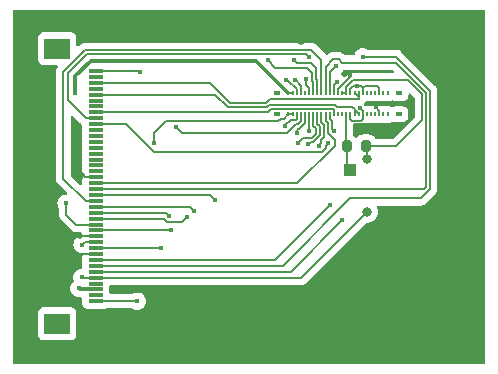
<source format=gtl>
%TF.GenerationSoftware,KiCad,Pcbnew,7.0.11-7.0.11~ubuntu22.04.1*%
%TF.CreationDate,2024-12-09T17:56:29+01:00*%
%TF.ProjectId,40_to_WP27D-P050VA3,34305f74-6f5f-4575-9032-37442d503035,rev?*%
%TF.SameCoordinates,Original*%
%TF.FileFunction,Copper,L1,Top*%
%TF.FilePolarity,Positive*%
%FSLAX46Y46*%
G04 Gerber Fmt 4.6, Leading zero omitted, Abs format (unit mm)*
G04 Created by KiCad (PCBNEW 7.0.11-7.0.11~ubuntu22.04.1) date 2024-12-09 17:56:29*
%MOMM*%
%LPD*%
G01*
G04 APERTURE LIST*
G04 Aperture macros list*
%AMRoundRect*
0 Rectangle with rounded corners*
0 $1 Rounding radius*
0 $2 $3 $4 $5 $6 $7 $8 $9 X,Y pos of 4 corners*
0 Add a 4 corners polygon primitive as box body*
4,1,4,$2,$3,$4,$5,$6,$7,$8,$9,$2,$3,0*
0 Add four circle primitives for the rounded corners*
1,1,$1+$1,$2,$3*
1,1,$1+$1,$4,$5*
1,1,$1+$1,$6,$7*
1,1,$1+$1,$8,$9*
0 Add four rect primitives between the rounded corners*
20,1,$1+$1,$2,$3,$4,$5,0*
20,1,$1+$1,$4,$5,$6,$7,0*
20,1,$1+$1,$6,$7,$8,$9,0*
20,1,$1+$1,$8,$9,$2,$3,0*%
G04 Aperture macros list end*
%TA.AperFunction,SMDPad,CuDef*%
%ADD10R,1.000000X1.000000*%
%TD*%
%TA.AperFunction,SMDPad,CuDef*%
%ADD11RoundRect,0.200000X-0.200000X-0.275000X0.200000X-0.275000X0.200000X0.275000X-0.200000X0.275000X0*%
%TD*%
%TA.AperFunction,SMDPad,CuDef*%
%ADD12R,1.300000X0.300000*%
%TD*%
%TA.AperFunction,SMDPad,CuDef*%
%ADD13R,2.200000X1.800000*%
%TD*%
%TA.AperFunction,SMDPad,CuDef*%
%ADD14R,0.150000X0.400000*%
%TD*%
%TA.AperFunction,SMDPad,CuDef*%
%ADD15R,0.600000X0.300000*%
%TD*%
%TA.AperFunction,ViaPad*%
%ADD16C,0.450000*%
%TD*%
%TA.AperFunction,ViaPad*%
%ADD17C,0.800000*%
%TD*%
%TA.AperFunction,ViaPad*%
%ADD18C,0.500000*%
%TD*%
%TA.AperFunction,Conductor*%
%ADD19C,0.200000*%
%TD*%
%TA.AperFunction,Conductor*%
%ADD20C,0.300000*%
%TD*%
G04 APERTURE END LIST*
D10*
%TO.P,TP1,1,1*%
%TO.N,Net-(CN1-Pad36)*%
X42560000Y-22620000D03*
%TD*%
D11*
%TO.P,R1,1*%
%TO.N,Net-(CN1-Pad36)*%
X42285000Y-20560000D03*
%TO.P,R1,2*%
%TO.N,VDD*%
X43935000Y-20560000D03*
%TD*%
D12*
%TO.P,U1,1,VGL*%
%TO.N,/VGL*%
X21050000Y-33700000D03*
%TO.P,U1,2,NC*%
%TO.N,unconnected-(U1-NC-Pad2)*%
X21050000Y-33200000D03*
%TO.P,U1,3,VGH*%
%TO.N,/VGH*%
X21050000Y-32700000D03*
%TO.P,U1,4,NC*%
%TO.N,unconnected-(U1-NC-Pad4)*%
X21050000Y-32200000D03*
%TO.P,U1,5,VDD*%
%TO.N,VDD*%
X21050000Y-31700000D03*
%TO.P,U1,6,Mode*%
%TO.N,/MODE*%
X21050000Y-31200000D03*
%TO.P,U1,7,CKV*%
%TO.N,/CKV*%
X21050000Y-30700000D03*
%TO.P,U1,8,SPV*%
%TO.N,/SPV*%
X21050000Y-30200000D03*
%TO.P,U1,9,VSS*%
%TO.N,GND*%
X21050000Y-29700000D03*
%TO.P,U1,10,VCOM*%
%TO.N,/VCOM*%
X21050000Y-29200000D03*
%TO.P,U1,11,VDD*%
%TO.N,VDD*%
X21050000Y-28700000D03*
%TO.P,U1,12,VSS*%
%TO.N,GND*%
X21050000Y-28200000D03*
%TO.P,U1,13,XCL*%
%TO.N,/XCL*%
X21050000Y-27700000D03*
%TO.P,U1,14,D0*%
%TO.N,/D0*%
X21050000Y-27200000D03*
%TO.P,U1,15,D1*%
%TO.N,/D1*%
X21050000Y-26700000D03*
%TO.P,U1,16,D2*%
%TO.N,/D2*%
X21050000Y-26200000D03*
%TO.P,U1,17,D3*%
%TO.N,/D3*%
X21050000Y-25700000D03*
%TO.P,U1,18,D4*%
%TO.N,/D4*%
X21050000Y-25200000D03*
%TO.P,U1,19,D5*%
%TO.N,/D5*%
X21050000Y-24700000D03*
%TO.P,U1,20,D6*%
%TO.N,/D6*%
X21050000Y-24200000D03*
%TO.P,U1,21,D7*%
%TO.N,/D7*%
X21050000Y-23700000D03*
%TO.P,U1,22,VSS*%
%TO.N,GND*%
X21050000Y-23200000D03*
%TO.P,U1,23,D8*%
%TO.N,unconnected-(U1-D8-Pad23)*%
X21050000Y-22700000D03*
%TO.P,U1,24,D9*%
%TO.N,unconnected-(U1-D9-Pad24)*%
X21050000Y-22200000D03*
%TO.P,U1,25,D10*%
%TO.N,unconnected-(U1-D10-Pad25)*%
X21050000Y-21700000D03*
%TO.P,U1,26,D11*%
%TO.N,unconnected-(U1-D11-Pad26)*%
X21050000Y-21200000D03*
%TO.P,U1,27,D12*%
%TO.N,unconnected-(U1-D12-Pad27)*%
X21050000Y-20700000D03*
%TO.P,U1,28,D13*%
%TO.N,unconnected-(U1-D13-Pad28)*%
X21050000Y-20200000D03*
%TO.P,U1,29,D14*%
%TO.N,unconnected-(U1-D14-Pad29)*%
X21050000Y-19700000D03*
%TO.P,U1,30,D15*%
%TO.N,unconnected-(U1-D15-Pad30)*%
X21050000Y-19200000D03*
%TO.P,U1,31,XSTL*%
%TO.N,/XSTL*%
X21050000Y-18700000D03*
%TO.P,U1,32,XLE*%
%TO.N,/XLE*%
X21050000Y-18200000D03*
%TO.P,U1,33,XOE*%
%TO.N,/XOE*%
X21050000Y-17700000D03*
%TO.P,U1,34,TEST*%
%TO.N,/TEST*%
X21050000Y-17200000D03*
%TO.P,U1,35,NC*%
%TO.N,unconnected-(U1-NC-Pad35)*%
X21050000Y-16700000D03*
%TO.P,U1,36,VPOS*%
%TO.N,/VPOS*%
X21050000Y-16200000D03*
%TO.P,U1,37,NC*%
%TO.N,unconnected-(U1-NC-Pad37)*%
X21050000Y-15700000D03*
%TO.P,U1,38,VNEG*%
%TO.N,/VNEG*%
X21050000Y-15200000D03*
%TO.P,U1,39,NC*%
%TO.N,unconnected-(U1-NC-Pad39)*%
X21050000Y-14700000D03*
%TO.P,U1,40,BORDER*%
%TO.N,/BRD*%
X21050000Y-14200000D03*
D13*
%TO.P,U1,MP*%
%TO.N,N/C*%
X17800000Y-12300000D03*
X17800000Y-35600000D03*
%TD*%
D14*
%TO.P,CN1,1,1*%
%TO.N,/VGH*%
X37360000Y-16060000D03*
%TO.P,CN1,2,2*%
X37710000Y-16060000D03*
%TO.P,CN1,3,3*%
%TO.N,GND*%
X38060000Y-16060000D03*
%TO.P,CN1,4,4*%
%TO.N,/VCOM*%
X38410000Y-16060000D03*
%TO.P,CN1,5,5*%
%TO.N,unconnected-(CN1-Pad5)*%
X38760000Y-16060000D03*
%TO.P,CN1,6,6*%
%TO.N,/CKV*%
X39110000Y-16060000D03*
%TO.P,CN1,7,7*%
%TO.N,/D0*%
X39460000Y-16060000D03*
%TO.P,CN1,8,8*%
%TO.N,/D2*%
X39810000Y-16060000D03*
%TO.P,CN1,9,9*%
%TO.N,/D4*%
X40160000Y-16060000D03*
%TO.P,CN1,10,10*%
%TO.N,/D6*%
X40510000Y-16060000D03*
%TO.P,CN1,11,11*%
%TO.N,/XLE*%
X40860000Y-16060000D03*
%TO.P,CN1,12,12*%
%TO.N,/XCL*%
X41210000Y-16060000D03*
%TO.P,CN1,13,13*%
%TO.N,GND*%
X41560000Y-16060000D03*
%TO.P,CN1,14,14*%
%TO.N,VDD*%
X41910000Y-16060000D03*
%TO.P,CN1,15,15*%
X42260000Y-16060000D03*
%TO.P,CN1,16,16*%
%TO.N,GND*%
X42610000Y-16060000D03*
%TO.P,CN1,17,17*%
%TO.N,/VNEG*%
X42960000Y-16060000D03*
%TO.P,CN1,18,18*%
X43310000Y-16060000D03*
%TO.P,CN1,19,19*%
%TO.N,GND*%
X43660000Y-16060000D03*
%TO.P,CN1,20,20*%
%TO.N,unconnected-(CN1-Pad20)*%
X44010000Y-16060000D03*
%TO.P,CN1,21,21*%
%TO.N,unconnected-(CN1-Pad21)*%
X44360000Y-16060000D03*
%TO.P,CN1,22,22*%
%TO.N,unconnected-(CN1-Pad22)*%
X44710000Y-16060000D03*
%TO.P,CN1,23,23*%
%TO.N,GND*%
X45060000Y-16060000D03*
%TO.P,CN1,24,24*%
%TO.N,unconnected-(CN1-Pad24)*%
X45410000Y-16060000D03*
%TO.P,CN1,25,25*%
%TO.N,unconnected-(CN1-Pad25)*%
X45760000Y-16060000D03*
%TO.P,CN1,26,26*%
%TO.N,unconnected-(CN1-Pad26)*%
X45760000Y-17880000D03*
%TO.P,CN1,27,27*%
%TO.N,unconnected-(CN1-Pad27)*%
X45410000Y-17880000D03*
%TO.P,CN1,28,28*%
%TO.N,GND*%
X45060000Y-17880000D03*
%TO.P,CN1,29,29*%
%TO.N,unconnected-(CN1-Pad29)*%
X44710000Y-17880000D03*
%TO.P,CN1,30,30*%
%TO.N,unconnected-(CN1-Pad30)*%
X44360000Y-17880000D03*
%TO.P,CN1,31,31*%
%TO.N,unconnected-(CN1-Pad31)*%
X44010000Y-17880000D03*
%TO.P,CN1,32,32*%
%TO.N,GND*%
X43660000Y-17880000D03*
%TO.P,CN1,33,33*%
%TO.N,/VPOS*%
X43310000Y-17880000D03*
%TO.P,CN1,34,34*%
X42960000Y-17880000D03*
%TO.P,CN1,35,35*%
%TO.N,GND*%
X42610000Y-17880000D03*
%TO.P,CN1,36,36*%
%TO.N,Net-(CN1-Pad36)*%
X42260000Y-17880000D03*
%TO.P,CN1,37,37*%
%TO.N,unconnected-(CN1-Pad37)*%
X41910000Y-17880000D03*
%TO.P,CN1,38,38*%
%TO.N,unconnected-(CN1-Pad38)*%
X41560000Y-17880000D03*
%TO.P,CN1,39,39*%
%TO.N,/XOE*%
X41210000Y-17880000D03*
%TO.P,CN1,40,40*%
%TO.N,/XSTL*%
X40860000Y-17880000D03*
%TO.P,CN1,41,41*%
%TO.N,/D7*%
X40510000Y-17880000D03*
%TO.P,CN1,42,42*%
%TO.N,/D5*%
X40160000Y-17880000D03*
%TO.P,CN1,43,43*%
%TO.N,/D3*%
X39810000Y-17880000D03*
%TO.P,CN1,44,44*%
%TO.N,/D1*%
X39460000Y-17880000D03*
%TO.P,CN1,45,45*%
%TO.N,/SPV*%
X39110000Y-17880000D03*
%TO.P,CN1,46,46*%
%TO.N,/MODE*%
X38760000Y-17880000D03*
%TO.P,CN1,47,47*%
%TO.N,/BRD*%
X38410000Y-17880000D03*
%TO.P,CN1,48,48*%
%TO.N,GND*%
X38060000Y-17880000D03*
%TO.P,CN1,49,49*%
%TO.N,/VGL*%
X37710000Y-17880000D03*
%TO.P,CN1,50,50*%
X37360000Y-17880000D03*
D15*
%TO.P,CN1,51,51*%
%TO.N,unconnected-(CN1-Pad51)*%
X46710000Y-16080000D03*
%TO.P,CN1,52,52*%
%TO.N,unconnected-(CN1-Pad52)*%
X46710000Y-17860000D03*
%TO.P,CN1,53,53*%
%TO.N,unconnected-(CN1-Pad53)*%
X36410000Y-17860000D03*
%TO.P,CN1,54,54*%
%TO.N,unconnected-(CN1-Pad54)*%
X36410000Y-16080000D03*
%TD*%
D16*
%TO.N,/XLE*%
X41370000Y-13790000D03*
%TO.N,/CKV*%
X38860000Y-14840000D03*
%TO.N,/VCOM*%
X37950000Y-14970000D03*
D17*
%TO.N,GND*%
X38430000Y-11600000D03*
D16*
%TO.N,/D2*%
X37805323Y-13261533D03*
%TO.N,/D0*%
X35630000Y-13270000D03*
%TO.N,/XLE*%
X39139087Y-13055913D03*
%TO.N,/CKV*%
X43680000Y-12990000D03*
%TO.N,/SPV*%
X40890000Y-25550000D03*
X39095019Y-19278179D03*
%TO.N,/MODE*%
X41920000Y-26830000D03*
X38118744Y-19441280D03*
%TO.N,GND*%
X37101493Y-18817320D03*
X42550000Y-14560000D03*
%TO.N,/VGL*%
X26020000Y-20290000D03*
X24560000Y-33700000D03*
%TO.N,/XCL*%
X41470000Y-15150000D03*
X27460000Y-27700000D03*
%TO.N,GND*%
X37168997Y-14982854D03*
%TO.N,/VCOM*%
X26595000Y-29200000D03*
%TO.N,/D0*%
X18540000Y-25400000D03*
%TO.N,/D1*%
X28815000Y-26570000D03*
X38212443Y-20280516D03*
%TO.N,/D2*%
X27285000Y-26480480D03*
%TO.N,/D3*%
X39029007Y-20343509D03*
X29390000Y-26074074D03*
%TO.N,/D5*%
X39972013Y-20522506D03*
X31171124Y-25106124D03*
%TO.N,/VGH*%
X19330000Y-16060000D03*
X19630000Y-32590000D03*
%TO.N,/XSTL*%
X41229349Y-19275318D03*
X40714957Y-20254936D03*
%TO.N,/BRD*%
X27880000Y-18970000D03*
D17*
%TO.N,VDD*%
X44030000Y-26140000D03*
X44010000Y-21690000D03*
D16*
%TO.N,GND*%
X44750000Y-17290000D03*
X43410979Y-17305900D03*
X43140000Y-15470000D03*
D18*
X19925000Y-23003248D03*
X19725000Y-28200000D03*
X19275000Y-29700000D03*
D16*
%TO.N,VDD*%
X19900000Y-28900000D03*
X19875000Y-31675000D03*
%TO.N,/BRD*%
X24775000Y-14325000D03*
%TD*%
D19*
%TO.N,/D2*%
X37805323Y-13261533D02*
X38098790Y-13555000D01*
%TO.N,/D6*%
X46464975Y-13490000D02*
X41883173Y-13490000D01*
%TO.N,/XLE*%
X40860000Y-14300000D02*
X41370000Y-13790000D01*
X40860000Y-16060000D02*
X40860000Y-14300000D01*
%TO.N,/D2*%
X39700000Y-14869999D02*
X39800000Y-14970000D01*
%TO.N,/D4*%
X40160000Y-15469949D02*
X40160000Y-16060000D01*
%TO.N,/D2*%
X39700000Y-13965025D02*
X39700000Y-14869999D01*
%TO.N,/D0*%
X39350000Y-14330000D02*
X38925000Y-13905000D01*
%TO.N,/D4*%
X40150000Y-13253653D02*
X40150000Y-15459948D01*
%TO.N,/D2*%
X38098790Y-13555000D02*
X39289975Y-13555000D01*
%TO.N,/D0*%
X36265000Y-13905000D02*
X35630000Y-13270000D01*
%TO.N,/CKV*%
X38860000Y-14840000D02*
X38860000Y-15410000D01*
%TO.N,/D2*%
X39800000Y-14970000D02*
X39800000Y-15604922D01*
%TO.N,/D0*%
X39460000Y-15759897D02*
X39450000Y-15749896D01*
%TO.N,/D2*%
X39810000Y-15614923D02*
X39810000Y-16060000D01*
%TO.N,/D6*%
X41131827Y-13215000D02*
X40510000Y-13836827D01*
%TO.N,/D2*%
X39289975Y-13555000D02*
X39700000Y-13965025D01*
%TO.N,/D4*%
X21050000Y-25200000D02*
X20200000Y-25200000D01*
%TO.N,/D0*%
X39349999Y-15014972D02*
X39350000Y-14330000D01*
%TO.N,/D4*%
X20165026Y-12410000D02*
X39306347Y-12410000D01*
X18320000Y-23320000D02*
X18320000Y-14255025D01*
%TO.N,/CKV*%
X38860000Y-15410000D02*
X39085000Y-15635000D01*
%TO.N,/D0*%
X39450000Y-15749896D02*
X39450000Y-15114974D01*
X39460000Y-16060000D02*
X39460000Y-15759897D01*
%TO.N,/D4*%
X20200000Y-25200000D02*
X18320000Y-23320000D01*
%TO.N,/D0*%
X38925000Y-13905000D02*
X36265000Y-13905000D01*
%TO.N,/D2*%
X39800000Y-15604922D02*
X39810000Y-15614923D01*
%TO.N,/D6*%
X49020000Y-16045025D02*
X46464975Y-13490000D01*
%TO.N,/D4*%
X40150000Y-15459948D02*
X40160000Y-15469949D01*
%TO.N,/D6*%
X21050000Y-24200000D02*
X48855026Y-24200000D01*
X40510000Y-13836827D02*
X40510000Y-16060000D01*
%TO.N,/CKV*%
X39085000Y-15635000D02*
X39085000Y-16035000D01*
%TO.N,/D4*%
X39306347Y-12410000D02*
X40150000Y-13253653D01*
%TO.N,/D6*%
X48855026Y-24200000D02*
X49020000Y-24035026D01*
X49020000Y-24035026D02*
X49020000Y-16045025D01*
X41883173Y-13490000D02*
X41608173Y-13215000D01*
%TO.N,/D0*%
X39450000Y-15114974D02*
X39349999Y-15014972D01*
%TO.N,/D6*%
X41608173Y-13215000D02*
X41131827Y-13215000D01*
%TO.N,/CKV*%
X39085000Y-16035000D02*
X39110000Y-16060000D01*
%TO.N,/D4*%
X18320000Y-14255025D02*
X20165026Y-12410000D01*
%TO.N,/XLE*%
X18670000Y-14400000D02*
X20290000Y-12780000D01*
X18670000Y-16670000D02*
X18670000Y-14400000D01*
X38863174Y-12780000D02*
X39139087Y-13055913D01*
X20290000Y-12780000D02*
X38863174Y-12780000D01*
X21050000Y-18200000D02*
X20200000Y-18200000D01*
X20200000Y-18200000D02*
X18670000Y-16670000D01*
%TO.N,/VCOM*%
X37970000Y-14970000D02*
X37950000Y-14970000D01*
%TO.N,GND*%
X38060000Y-16060000D02*
X38060000Y-15758042D01*
%TO.N,/VCOM*%
X38350000Y-15350000D02*
X37970000Y-14970000D01*
%TO.N,GND*%
X38060000Y-15758042D02*
X37284812Y-14982854D01*
X37284812Y-14982854D02*
X37168997Y-14982854D01*
%TO.N,/XCL*%
X21050000Y-27700000D02*
X27460000Y-27700000D01*
%TO.N,/D1*%
X28393312Y-26991688D02*
X28815000Y-26570000D01*
%TO.N,/D2*%
X27004520Y-26200000D02*
X27285000Y-26480480D01*
%TO.N,/D1*%
X21050000Y-26700000D02*
X26820039Y-26700000D01*
%TO.N,/D2*%
X21050000Y-26200000D02*
X27004520Y-26200000D01*
%TO.N,/D1*%
X26820039Y-26700000D02*
X27111727Y-26991688D01*
X27111727Y-26991688D02*
X28393312Y-26991688D01*
%TO.N,/D7*%
X40720019Y-18605083D02*
X40510000Y-18395065D01*
%TO.N,/XSTL*%
X41070019Y-18460108D02*
X41070019Y-19115988D01*
%TO.N,/D1*%
X39670019Y-19516352D02*
X39333192Y-19853179D01*
%TO.N,/D7*%
X38102666Y-23700000D02*
X41289957Y-20512709D01*
%TO.N,/D3*%
X40020019Y-18895032D02*
X40020019Y-19661326D01*
X39248090Y-20203179D02*
X39107760Y-20343509D01*
%TO.N,/XSTL*%
X40547013Y-20530603D02*
X40714957Y-20362659D01*
%TO.N,/D5*%
X40160000Y-20334519D02*
X39972013Y-20522506D01*
%TO.N,/MODE*%
X38118744Y-19222296D02*
X38118744Y-19441280D01*
%TO.N,/XSTL*%
X40860000Y-17880000D02*
X40860000Y-18250090D01*
%TO.N,/D5*%
X40160000Y-18540039D02*
X40370019Y-18750058D01*
%TO.N,/D7*%
X41289957Y-20512709D02*
X41289957Y-20016763D01*
X40510000Y-18395065D02*
X40510000Y-17880000D01*
%TO.N,/D5*%
X40370019Y-18750058D02*
X40370019Y-19806300D01*
%TO.N,/D1*%
X39460000Y-17880000D02*
X39460000Y-18829987D01*
%TO.N,/XSTL*%
X21050000Y-18700000D02*
X23616827Y-18700000D01*
%TO.N,/D1*%
X39047163Y-19867476D02*
X38625483Y-19867476D01*
%TO.N,/MODE*%
X38760000Y-17880000D02*
X38760000Y-18594948D01*
%TO.N,/D7*%
X21050000Y-23700000D02*
X38102666Y-23700000D01*
%TO.N,/XSTL*%
X41070019Y-19115988D02*
X41229349Y-19275318D01*
%TO.N,/D1*%
X39670019Y-19040006D02*
X39670019Y-19516352D01*
%TO.N,/D3*%
X39810000Y-18685013D02*
X40020019Y-18895032D01*
%TO.N,/XSTL*%
X40210186Y-21097506D02*
X40547013Y-20760679D01*
%TO.N,/D3*%
X39810000Y-17880000D02*
X39810000Y-18685013D01*
%TO.N,/XSTL*%
X23616827Y-18700000D02*
X26014333Y-21097506D01*
%TO.N,/MODE*%
X38324948Y-19030000D02*
X38311040Y-19030000D01*
%TO.N,/D1*%
X39333192Y-19853179D02*
X39061460Y-19853179D01*
%TO.N,/SPV*%
X39110000Y-17880000D02*
X39110000Y-19263198D01*
%TO.N,/D1*%
X39061460Y-19853179D02*
X39047163Y-19867476D01*
X39460000Y-18829987D02*
X39670019Y-19040006D01*
%TO.N,/MODE*%
X38311040Y-19030000D02*
X38118744Y-19222296D01*
%TO.N,/D5*%
X40160000Y-20016319D02*
X40160000Y-20334519D01*
%TO.N,/XSTL*%
X40547013Y-20760679D02*
X40547013Y-20530603D01*
%TO.N,/D5*%
X40370019Y-19806300D02*
X40160000Y-20016319D01*
%TO.N,/D7*%
X41289957Y-20016763D02*
X40720019Y-19446825D01*
%TO.N,/XSTL*%
X26014333Y-21097506D02*
X40210186Y-21097506D01*
X40714957Y-20362659D02*
X40714957Y-20254936D01*
%TO.N,/D7*%
X40720019Y-19446825D02*
X40720019Y-18605083D01*
%TO.N,/D3*%
X39478166Y-20203179D02*
X39248090Y-20203179D01*
%TO.N,/SPV*%
X39110000Y-19263198D02*
X39095019Y-19278179D01*
%TO.N,/D5*%
X40160000Y-17880000D02*
X40160000Y-18540039D01*
%TO.N,/MODE*%
X38760000Y-18594948D02*
X38324948Y-19030000D01*
%TO.N,/D3*%
X39107760Y-20343509D02*
X39029007Y-20343509D01*
%TO.N,/D1*%
X38625483Y-19867476D02*
X38212443Y-20280516D01*
%TO.N,/D3*%
X40020019Y-19661326D02*
X39478166Y-20203179D01*
%TO.N,/XSTL*%
X40860000Y-18250090D02*
X41070019Y-18460108D01*
%TO.N,VDD*%
X43935000Y-20560000D02*
X46490000Y-20560000D01*
X46490000Y-20560000D02*
X48670000Y-18380000D01*
X48670000Y-18380000D02*
X48670000Y-16189999D01*
%TO.N,/CKV*%
X49370000Y-24180000D02*
X49370000Y-15900050D01*
X42580000Y-24990000D02*
X48560000Y-24990000D01*
X46459950Y-12990000D02*
X43680000Y-12990000D01*
X49370000Y-15900050D02*
X46459950Y-12990000D01*
%TO.N,VDD*%
X42820000Y-14966727D02*
X42260000Y-15526726D01*
%TO.N,/CKV*%
X48560000Y-24990000D02*
X49370000Y-24180000D01*
%TO.N,VDD*%
X47446729Y-14966727D02*
X42820000Y-14966727D01*
X42260000Y-15526726D02*
X42260000Y-16060000D01*
X48670000Y-16189999D02*
X47446729Y-14966727D01*
%TO.N,/SPV*%
X40890000Y-25550000D02*
X36240000Y-30200000D01*
X36240000Y-30200000D02*
X21050000Y-30200000D01*
%TO.N,GND*%
X37753484Y-18330000D02*
X37723484Y-18360000D01*
%TO.N,/BRD*%
X38410000Y-17880000D02*
X38410000Y-18449974D01*
X38135478Y-18680000D02*
X38125000Y-18690478D01*
X37988487Y-18690478D02*
X37248965Y-19430000D01*
X38410000Y-18449974D02*
X38179974Y-18680000D01*
X28340000Y-19430000D02*
X27880000Y-18970000D01*
X37248965Y-19430000D02*
X28340000Y-19430000D01*
X38125000Y-18690478D02*
X37988487Y-18690478D01*
X38179974Y-18680000D02*
X38135478Y-18680000D01*
%TO.N,GND*%
X38060000Y-17880000D02*
X38060000Y-18305000D01*
X38035000Y-18330000D02*
X37753484Y-18330000D01*
X37550000Y-18360000D02*
X37101493Y-18808507D01*
X38060000Y-18305000D02*
X38035000Y-18330000D01*
X37723484Y-18360000D02*
X37550000Y-18360000D01*
X37101493Y-18808507D02*
X37101493Y-18817320D01*
%TO.N,/MODE*%
X41920000Y-26830000D02*
X37550000Y-31200000D01*
%TO.N,/CKV*%
X21050000Y-30700000D02*
X36870000Y-30700000D01*
X36870000Y-30700000D02*
X42580000Y-24990000D01*
%TO.N,/MODE*%
X37550000Y-31200000D02*
X21050000Y-31200000D01*
%TO.N,/VGL*%
X27000000Y-18450000D02*
X26020000Y-19430000D01*
X36519046Y-18450000D02*
X27000000Y-18450000D01*
X26020000Y-19430000D02*
X26020000Y-20290000D01*
X37360000Y-17880000D02*
X36980000Y-18260000D01*
X36980000Y-18260000D02*
X36709046Y-18260000D01*
X36709046Y-18260000D02*
X36519046Y-18450000D01*
%TO.N,GND*%
X41560000Y-16060000D02*
X41560000Y-15630000D01*
X41661752Y-15630000D02*
X42550000Y-14741752D01*
X42550000Y-14741752D02*
X42550000Y-14560000D01*
%TO.N,VDD*%
X41910000Y-16060000D02*
X42260000Y-16060000D01*
%TO.N,GND*%
X42824974Y-15470000D02*
X43140000Y-15470000D01*
X42610000Y-15684974D02*
X42824974Y-15470000D01*
X42610000Y-16060000D02*
X42610000Y-15684974D01*
%TO.N,/VGL*%
X21050000Y-33700000D02*
X24560000Y-33700000D01*
%TO.N,/VCOM*%
X21050000Y-29200000D02*
X26595000Y-29200000D01*
%TO.N,/VGL*%
X37710000Y-17880000D02*
X37360000Y-17880000D01*
%TO.N,/XCL*%
X41210000Y-15410000D02*
X41470000Y-15150000D01*
%TO.N,/D5*%
X21050000Y-24700000D02*
X30765000Y-24700000D01*
%TO.N,/XCL*%
X41210000Y-16060000D02*
X41210000Y-15410000D01*
%TO.N,/D3*%
X21050000Y-25700000D02*
X29015926Y-25700000D01*
X29015926Y-25700000D02*
X29390000Y-26074074D01*
%TO.N,/D5*%
X30765000Y-24700000D02*
X31171124Y-25106124D01*
%TO.N,/VCOM*%
X38410000Y-16060000D02*
X38410000Y-15410000D01*
X38410000Y-15410000D02*
X38350000Y-15350000D01*
%TO.N,/D0*%
X18540000Y-25400000D02*
X18540000Y-26360000D01*
X18540000Y-26360000D02*
X19380000Y-27200000D01*
X19380000Y-27200000D02*
X21050000Y-27200000D01*
D20*
%TO.N,/VGH*%
X37360000Y-16060000D02*
X34640000Y-13340000D01*
X34640000Y-13340000D02*
X20610000Y-13340000D01*
X20610000Y-13340000D02*
X19330000Y-14620000D01*
X19330000Y-14620000D02*
X19330000Y-16060000D01*
X19740000Y-32700000D02*
X21050000Y-32700000D01*
X19630000Y-32590000D02*
X19740000Y-32700000D01*
D19*
X37710000Y-16060000D02*
X37360000Y-16060000D01*
%TO.N,VDD*%
X32850000Y-31700000D02*
X20325000Y-31700000D01*
X32850000Y-31700000D02*
X38470000Y-31700000D01*
X44010000Y-21690000D02*
X44010000Y-20635000D01*
X38470000Y-31700000D02*
X44030000Y-26140000D01*
X44010000Y-20635000D02*
X43935000Y-20560000D01*
%TO.N,Net-(CN1-Pad36)*%
X42285000Y-20560000D02*
X42285000Y-22345000D01*
X42285000Y-22345000D02*
X42560000Y-22620000D01*
X42260000Y-17880000D02*
X42260000Y-20535000D01*
X42260000Y-20535000D02*
X42285000Y-20560000D01*
%TO.N,GND*%
X42610000Y-17880000D02*
X42610000Y-18305000D01*
X42610000Y-18305000D02*
X42725000Y-18420000D01*
X42725000Y-18420000D02*
X43545000Y-18420000D01*
X43545000Y-18420000D02*
X43660000Y-18305000D01*
X43660000Y-18305000D02*
X43660000Y-17880000D01*
X45060000Y-17880000D02*
X45060000Y-17600000D01*
X45060000Y-17600000D02*
X44750000Y-17290000D01*
X43660000Y-17880000D02*
X43660000Y-17554921D01*
X43660000Y-17554921D02*
X43410979Y-17305900D01*
X45060000Y-16060000D02*
X45060000Y-15635000D01*
X45060000Y-15635000D02*
X44855000Y-15430000D01*
X44855000Y-15430000D02*
X43865000Y-15430000D01*
X43865000Y-15430000D02*
X43660000Y-15635000D01*
X43140000Y-15470000D02*
X43495000Y-15470000D01*
X43495000Y-15470000D02*
X43660000Y-15635000D01*
X43660000Y-15635000D02*
X43660000Y-16060000D01*
X21050000Y-29700000D02*
X19275000Y-29700000D01*
X21050000Y-28200000D02*
X19725000Y-28200000D01*
X21050000Y-23200000D02*
X20121752Y-23200000D01*
X20121752Y-23200000D02*
X19925000Y-23003248D01*
%TO.N,VDD*%
X19900000Y-31700000D02*
X19875000Y-31675000D01*
X19900000Y-28900000D02*
X20100000Y-28700000D01*
X20325000Y-31700000D02*
X21050000Y-31700000D01*
X20100000Y-28700000D02*
X21050000Y-28700000D01*
X20325000Y-31700000D02*
X19900000Y-31700000D01*
%TO.N,/XOE*%
X41210000Y-17455000D02*
X41210000Y-17880000D01*
X35620000Y-17700000D02*
X35860000Y-17460000D01*
X41185000Y-17430000D02*
X41210000Y-17455000D01*
X21050000Y-17700000D02*
X35620000Y-17700000D01*
X37035000Y-17430000D02*
X41185000Y-17430000D01*
X35860000Y-17460000D02*
X37005000Y-17460000D01*
X37005000Y-17460000D02*
X37035000Y-17430000D01*
%TO.N,/VPOS*%
X31180000Y-16200000D02*
X32220000Y-17240000D01*
X42960000Y-17455000D02*
X42960000Y-17880000D01*
X42960000Y-17455000D02*
X42960000Y-17530000D01*
X35715026Y-17110000D02*
X36860025Y-17110000D01*
X36860025Y-17110000D02*
X36890026Y-17080000D01*
X35585025Y-17240000D02*
X35715026Y-17110000D01*
X21050000Y-16200000D02*
X31180000Y-16200000D01*
X41329974Y-17080000D02*
X41489975Y-17240000D01*
X36890026Y-17080000D02*
X41329974Y-17080000D01*
X42960000Y-17530000D02*
X43310000Y-17880000D01*
X32220000Y-17240000D02*
X35585025Y-17240000D01*
X41489975Y-17240000D02*
X42745000Y-17240000D01*
X42745000Y-17240000D02*
X42960000Y-17455000D01*
%TO.N,/VNEG*%
X30750000Y-15200000D02*
X32440000Y-16890000D01*
X43310000Y-16410000D02*
X42960000Y-16060000D01*
X32440000Y-16890000D02*
X35440051Y-16890000D01*
X35440051Y-16890000D02*
X35770051Y-16560000D01*
X43310000Y-16560000D02*
X43310000Y-16060000D01*
X21050000Y-15200000D02*
X30750000Y-15200000D01*
X35770051Y-16560000D02*
X43310000Y-16560000D01*
X43310000Y-16560000D02*
X43310000Y-16410000D01*
%TO.N,/BRD*%
X24775000Y-14325000D02*
X24650000Y-14200000D01*
X24650000Y-14200000D02*
X21050000Y-14200000D01*
%TD*%
%TA.AperFunction,Conductor*%
%TO.N,GND*%
G36*
X19137012Y-17998015D02*
G01*
X19143595Y-18004144D01*
X19735681Y-18596230D01*
X19746548Y-18608620D01*
X19766013Y-18633987D01*
X19794641Y-18655954D01*
X19794666Y-18655975D01*
X19821250Y-18676372D01*
X19842203Y-18692450D01*
X19884071Y-18749787D01*
X19891500Y-18792413D01*
X19891500Y-18898630D01*
X19891501Y-18898654D01*
X19895573Y-18936534D01*
X19895573Y-18963466D01*
X19891501Y-19001345D01*
X19891500Y-19001369D01*
X19891500Y-19398630D01*
X19891501Y-19398654D01*
X19895573Y-19436534D01*
X19895573Y-19463466D01*
X19891501Y-19501345D01*
X19891500Y-19501369D01*
X19891500Y-19898630D01*
X19891501Y-19898654D01*
X19895573Y-19936534D01*
X19895573Y-19963466D01*
X19891501Y-20001345D01*
X19891500Y-20001369D01*
X19891500Y-20398630D01*
X19891501Y-20398654D01*
X19895573Y-20436534D01*
X19895573Y-20463466D01*
X19891501Y-20501345D01*
X19891500Y-20501369D01*
X19891500Y-20898630D01*
X19891501Y-20898654D01*
X19895573Y-20936534D01*
X19895573Y-20963466D01*
X19891501Y-21001345D01*
X19891500Y-21001369D01*
X19891500Y-21398630D01*
X19891501Y-21398654D01*
X19895573Y-21436534D01*
X19895573Y-21463466D01*
X19891501Y-21501345D01*
X19891500Y-21501369D01*
X19891500Y-21898630D01*
X19891501Y-21898654D01*
X19895573Y-21936534D01*
X19895573Y-21963466D01*
X19891501Y-22001345D01*
X19891500Y-22001369D01*
X19891500Y-22398630D01*
X19891501Y-22398654D01*
X19895573Y-22436534D01*
X19895573Y-22463466D01*
X19891501Y-22501345D01*
X19891500Y-22501369D01*
X19891500Y-22898649D01*
X19895826Y-22938881D01*
X19895826Y-22965817D01*
X19892000Y-23001398D01*
X19892000Y-23050001D01*
X19908853Y-23066854D01*
X19919573Y-23070002D01*
X19952321Y-23100492D01*
X19955588Y-23104856D01*
X19970288Y-23124494D01*
X19995096Y-23191015D01*
X19980003Y-23260389D01*
X19970288Y-23275506D01*
X19952321Y-23299506D01*
X19913218Y-23328780D01*
X19892000Y-23349999D01*
X19892000Y-23398601D01*
X19895826Y-23434181D01*
X19895826Y-23461116D01*
X19891501Y-23501348D01*
X19891500Y-23501369D01*
X19891500Y-23726761D01*
X19871498Y-23794882D01*
X19817842Y-23841375D01*
X19747568Y-23851479D01*
X19682988Y-23821985D01*
X19676405Y-23815856D01*
X18965405Y-23104856D01*
X18931379Y-23042544D01*
X18928500Y-23015761D01*
X18928500Y-18093239D01*
X18948502Y-18025118D01*
X19002158Y-17978625D01*
X19072432Y-17968521D01*
X19137012Y-17998015D01*
G37*
%TD.AperFunction*%
%TA.AperFunction,Conductor*%
G36*
X47727012Y-16108013D02*
G01*
X47733595Y-16114142D01*
X48024595Y-16405142D01*
X48058621Y-16467454D01*
X48061500Y-16494237D01*
X48061500Y-18075761D01*
X48041498Y-18143882D01*
X48024595Y-18164856D01*
X46274856Y-19914595D01*
X46212544Y-19948621D01*
X46185761Y-19951500D01*
X44832356Y-19951500D01*
X44764235Y-19931498D01*
X44724528Y-19890685D01*
X44696820Y-19844851D01*
X44696818Y-19844848D01*
X44696816Y-19844845D01*
X44696813Y-19844842D01*
X44696810Y-19844838D01*
X44575160Y-19723188D01*
X44575155Y-19723184D01*
X44523522Y-19691971D01*
X44427913Y-19634173D01*
X44427912Y-19634172D01*
X44427911Y-19634172D01*
X44427906Y-19634170D01*
X44263646Y-19582986D01*
X44211723Y-19578268D01*
X44192265Y-19576500D01*
X44192262Y-19576500D01*
X43677738Y-19576500D01*
X43606353Y-19582986D01*
X43606352Y-19582986D01*
X43442093Y-19634170D01*
X43442088Y-19634172D01*
X43294844Y-19723184D01*
X43199094Y-19818934D01*
X43136782Y-19852959D01*
X43065966Y-19847893D01*
X43020904Y-19818933D01*
X42925155Y-19723184D01*
X42919150Y-19718479D01*
X42920786Y-19716390D01*
X42881358Y-19673322D01*
X42868500Y-19617870D01*
X42868500Y-18714500D01*
X42888502Y-18646379D01*
X42942158Y-18599886D01*
X42994500Y-18588500D01*
X43083634Y-18588500D01*
X43083638Y-18588500D01*
X43121532Y-18584426D01*
X43148468Y-18584426D01*
X43186362Y-18588500D01*
X43186366Y-18588500D01*
X43433633Y-18588500D01*
X43433638Y-18588500D01*
X43473886Y-18584173D01*
X43500821Y-18584173D01*
X43536406Y-18587999D01*
X43536413Y-18588000D01*
X43783587Y-18588000D01*
X43783593Y-18587999D01*
X43819177Y-18584173D01*
X43846114Y-18584173D01*
X43886362Y-18588500D01*
X43886367Y-18588500D01*
X44133634Y-18588500D01*
X44133638Y-18588500D01*
X44171532Y-18584426D01*
X44198468Y-18584426D01*
X44236362Y-18588500D01*
X44236366Y-18588500D01*
X44483634Y-18588500D01*
X44483638Y-18588500D01*
X44521532Y-18584426D01*
X44548468Y-18584426D01*
X44586362Y-18588500D01*
X44586366Y-18588500D01*
X44833633Y-18588500D01*
X44833638Y-18588500D01*
X44873886Y-18584173D01*
X44900821Y-18584173D01*
X44936406Y-18587999D01*
X44936413Y-18588000D01*
X45183587Y-18588000D01*
X45183593Y-18587999D01*
X45219177Y-18584173D01*
X45246114Y-18584173D01*
X45286362Y-18588500D01*
X45286367Y-18588500D01*
X45533634Y-18588500D01*
X45533638Y-18588500D01*
X45571532Y-18584426D01*
X45598468Y-18584426D01*
X45636362Y-18588500D01*
X45636366Y-18588500D01*
X45883632Y-18588500D01*
X45883638Y-18588500D01*
X45883645Y-18588499D01*
X45883649Y-18588499D01*
X45944196Y-18581990D01*
X45944197Y-18581989D01*
X45944201Y-18581989D01*
X46081204Y-18530889D01*
X46116004Y-18504836D01*
X46182521Y-18480026D01*
X46235543Y-18487649D01*
X46300799Y-18511989D01*
X46300801Y-18511989D01*
X46300803Y-18511990D01*
X46361350Y-18518499D01*
X46361355Y-18518499D01*
X46361362Y-18518500D01*
X46361368Y-18518500D01*
X47058632Y-18518500D01*
X47058638Y-18518500D01*
X47058645Y-18518499D01*
X47058649Y-18518499D01*
X47119196Y-18511990D01*
X47119199Y-18511989D01*
X47119201Y-18511989D01*
X47256204Y-18460889D01*
X47373261Y-18373261D01*
X47460889Y-18256204D01*
X47511989Y-18119201D01*
X47518500Y-18058638D01*
X47518500Y-17661362D01*
X47518499Y-17661350D01*
X47511990Y-17600803D01*
X47511988Y-17600795D01*
X47460889Y-17463797D01*
X47460887Y-17463792D01*
X47373261Y-17346738D01*
X47256207Y-17259112D01*
X47256202Y-17259110D01*
X47119204Y-17208011D01*
X47119196Y-17208009D01*
X47058649Y-17201500D01*
X47058638Y-17201500D01*
X46361362Y-17201500D01*
X46361350Y-17201500D01*
X46300803Y-17208009D01*
X46300799Y-17208010D01*
X46199881Y-17245651D01*
X46129065Y-17250715D01*
X46089537Y-17232664D01*
X46089118Y-17233432D01*
X46081202Y-17229110D01*
X45944204Y-17178011D01*
X45944196Y-17178009D01*
X45883649Y-17171500D01*
X45883638Y-17171500D01*
X45636362Y-17171500D01*
X45636357Y-17171500D01*
X45636345Y-17171501D01*
X45598466Y-17175573D01*
X45571534Y-17175573D01*
X45533654Y-17171501D01*
X45533642Y-17171500D01*
X45533638Y-17171500D01*
X45286362Y-17171500D01*
X45286356Y-17171500D01*
X45286348Y-17171501D01*
X45246116Y-17175826D01*
X45219181Y-17175826D01*
X45183601Y-17172000D01*
X44936398Y-17172000D01*
X44900817Y-17175826D01*
X44873881Y-17175826D01*
X44833649Y-17171500D01*
X44833638Y-17171500D01*
X44586362Y-17171500D01*
X44586357Y-17171500D01*
X44586345Y-17171501D01*
X44548466Y-17175573D01*
X44521534Y-17175573D01*
X44483654Y-17171501D01*
X44483642Y-17171500D01*
X44483638Y-17171500D01*
X44236362Y-17171500D01*
X44236357Y-17171500D01*
X44236345Y-17171501D01*
X44198466Y-17175573D01*
X44171534Y-17175573D01*
X44133654Y-17171501D01*
X44133642Y-17171500D01*
X44133638Y-17171500D01*
X43886362Y-17171500D01*
X43886357Y-17171500D01*
X43886345Y-17171501D01*
X43875277Y-17172691D01*
X43805409Y-17160084D01*
X43753448Y-17111704D01*
X43735891Y-17042913D01*
X43758314Y-16975550D01*
X43761850Y-16970708D01*
X43841520Y-16866881D01*
X43841524Y-16866876D01*
X43850054Y-16846283D01*
X43894601Y-16791002D01*
X43961964Y-16768580D01*
X43966463Y-16768500D01*
X44133634Y-16768500D01*
X44133638Y-16768500D01*
X44171532Y-16764426D01*
X44198468Y-16764426D01*
X44236362Y-16768500D01*
X44236366Y-16768500D01*
X44483634Y-16768500D01*
X44483638Y-16768500D01*
X44521532Y-16764426D01*
X44548468Y-16764426D01*
X44586362Y-16768500D01*
X44586366Y-16768500D01*
X44833633Y-16768500D01*
X44833638Y-16768500D01*
X44873886Y-16764173D01*
X44900821Y-16764173D01*
X44936406Y-16767999D01*
X44936413Y-16768000D01*
X45183587Y-16768000D01*
X45183593Y-16767999D01*
X45219177Y-16764173D01*
X45246114Y-16764173D01*
X45286362Y-16768500D01*
X45286367Y-16768500D01*
X45533634Y-16768500D01*
X45533638Y-16768500D01*
X45571532Y-16764426D01*
X45598468Y-16764426D01*
X45636362Y-16768500D01*
X45636366Y-16768500D01*
X45883632Y-16768500D01*
X45883638Y-16768500D01*
X45883645Y-16768499D01*
X45883649Y-16768499D01*
X45944196Y-16761990D01*
X45944199Y-16761989D01*
X45944201Y-16761989D01*
X46007180Y-16738499D01*
X46081201Y-16710890D01*
X46081200Y-16710890D01*
X46081204Y-16710889D01*
X46081207Y-16710886D01*
X46089113Y-16706570D01*
X46089882Y-16707978D01*
X46146844Y-16686725D01*
X46199879Y-16694347D01*
X46300799Y-16731989D01*
X46300801Y-16731989D01*
X46300803Y-16731990D01*
X46361350Y-16738499D01*
X46361355Y-16738499D01*
X46361362Y-16738500D01*
X46361368Y-16738500D01*
X47058632Y-16738500D01*
X47058638Y-16738500D01*
X47058645Y-16738499D01*
X47058649Y-16738499D01*
X47119196Y-16731990D01*
X47119199Y-16731989D01*
X47119201Y-16731989D01*
X47256204Y-16680889D01*
X47314697Y-16637102D01*
X47373261Y-16593261D01*
X47460887Y-16476207D01*
X47460887Y-16476206D01*
X47460889Y-16476204D01*
X47511989Y-16339201D01*
X47518193Y-16281500D01*
X47518499Y-16278649D01*
X47518500Y-16278632D01*
X47518500Y-16203237D01*
X47538502Y-16135116D01*
X47592158Y-16088623D01*
X47662432Y-16078519D01*
X47727012Y-16108013D01*
G37*
%TD.AperFunction*%
%TA.AperFunction,Conductor*%
G36*
X46228857Y-14118502D02*
G01*
X46249831Y-14135405D01*
X46257558Y-14143132D01*
X46291584Y-14205444D01*
X46286519Y-14276259D01*
X46243972Y-14333095D01*
X46177452Y-14357906D01*
X46168463Y-14358227D01*
X42868138Y-14358227D01*
X42851692Y-14357149D01*
X42820001Y-14352977D01*
X42819999Y-14352977D01*
X42784212Y-14357688D01*
X42784203Y-14357688D01*
X42784204Y-14357689D01*
X42780117Y-14358227D01*
X42780115Y-14358227D01*
X42665495Y-14373317D01*
X42661151Y-14373888D01*
X42513126Y-14435202D01*
X42513119Y-14435207D01*
X42418475Y-14507828D01*
X42418476Y-14507829D01*
X42386013Y-14532739D01*
X42366547Y-14558107D01*
X42355682Y-14570494D01*
X42230784Y-14695392D01*
X42168472Y-14729418D01*
X42097657Y-14724353D01*
X42054107Y-14692778D01*
X42052106Y-14694780D01*
X41930223Y-14572897D01*
X41876208Y-14538958D01*
X41829170Y-14485780D01*
X41818350Y-14415613D01*
X41847183Y-14350734D01*
X41854137Y-14343187D01*
X41947102Y-14250223D01*
X41969146Y-14215140D01*
X42005387Y-14157464D01*
X42058566Y-14110426D01*
X42112074Y-14098500D01*
X46160736Y-14098500D01*
X46228857Y-14118502D01*
G37*
%TD.AperFunction*%
%TA.AperFunction,Conductor*%
G36*
X53991621Y-9020502D02*
G01*
X54038114Y-9074158D01*
X54049500Y-9126500D01*
X54049500Y-38873500D01*
X54029498Y-38941621D01*
X53975842Y-38988114D01*
X53923500Y-38999500D01*
X14176500Y-38999500D01*
X14108379Y-38979498D01*
X14061886Y-38925842D01*
X14050500Y-38873500D01*
X14050500Y-36548649D01*
X16191500Y-36548649D01*
X16198009Y-36609196D01*
X16198011Y-36609204D01*
X16249110Y-36746202D01*
X16249112Y-36746207D01*
X16336738Y-36863261D01*
X16453792Y-36950887D01*
X16453794Y-36950888D01*
X16453796Y-36950889D01*
X16512875Y-36972924D01*
X16590795Y-37001988D01*
X16590803Y-37001990D01*
X16651350Y-37008499D01*
X16651355Y-37008499D01*
X16651362Y-37008500D01*
X16651368Y-37008500D01*
X18948632Y-37008500D01*
X18948638Y-37008500D01*
X18948645Y-37008499D01*
X18948649Y-37008499D01*
X19009196Y-37001990D01*
X19009199Y-37001989D01*
X19009201Y-37001989D01*
X19146204Y-36950889D01*
X19263261Y-36863261D01*
X19350889Y-36746204D01*
X19401989Y-36609201D01*
X19408500Y-36548638D01*
X19408500Y-34651362D01*
X19408499Y-34651350D01*
X19401990Y-34590803D01*
X19401988Y-34590795D01*
X19350889Y-34453797D01*
X19350887Y-34453792D01*
X19263261Y-34336738D01*
X19146207Y-34249112D01*
X19146202Y-34249110D01*
X19009204Y-34198011D01*
X19009196Y-34198009D01*
X18948649Y-34191500D01*
X18948638Y-34191500D01*
X16651362Y-34191500D01*
X16651350Y-34191500D01*
X16590803Y-34198009D01*
X16590795Y-34198011D01*
X16453797Y-34249110D01*
X16453792Y-34249112D01*
X16336738Y-34336738D01*
X16249112Y-34453792D01*
X16249110Y-34453797D01*
X16198011Y-34590795D01*
X16198009Y-34590803D01*
X16191500Y-34651350D01*
X16191500Y-36548649D01*
X14050500Y-36548649D01*
X14050500Y-13248649D01*
X16191500Y-13248649D01*
X16198009Y-13309196D01*
X16198011Y-13309204D01*
X16249110Y-13446202D01*
X16249112Y-13446207D01*
X16336738Y-13563261D01*
X16453792Y-13650887D01*
X16453794Y-13650888D01*
X16453796Y-13650889D01*
X16512875Y-13672924D01*
X16590795Y-13701988D01*
X16590803Y-13701990D01*
X16651350Y-13708499D01*
X16651355Y-13708499D01*
X16651362Y-13708500D01*
X17716863Y-13708500D01*
X17784984Y-13728502D01*
X17831477Y-13782158D01*
X17841581Y-13852432D01*
X17816825Y-13911203D01*
X17800174Y-13932902D01*
X17788474Y-13948151D01*
X17728429Y-14093116D01*
X17727163Y-14096170D01*
X17727160Y-14096181D01*
X17721997Y-14135405D01*
X17711500Y-14215140D01*
X17711500Y-14215145D01*
X17711500Y-14215146D01*
X17706250Y-14255024D01*
X17706250Y-14255025D01*
X17710422Y-14286715D01*
X17711500Y-14303161D01*
X17711500Y-23271863D01*
X17710422Y-23288309D01*
X17706250Y-23319999D01*
X17706250Y-23320003D01*
X17710959Y-23355776D01*
X17710961Y-23355795D01*
X17724607Y-23459451D01*
X17727162Y-23478851D01*
X17788475Y-23626874D01*
X17788480Y-23626882D01*
X17861524Y-23722074D01*
X17861525Y-23722074D01*
X17886014Y-23753988D01*
X17911378Y-23773451D01*
X17923769Y-23784318D01*
X18589840Y-24450389D01*
X18623866Y-24512701D01*
X18618801Y-24583516D01*
X18576254Y-24640352D01*
X18514854Y-24664692D01*
X18464550Y-24670360D01*
X18375748Y-24680366D01*
X18375745Y-24680366D01*
X18375744Y-24680367D01*
X18219732Y-24734958D01*
X18219730Y-24734959D01*
X18079776Y-24822897D01*
X17962897Y-24939776D01*
X17874959Y-25079730D01*
X17874958Y-25079732D01*
X17871443Y-25089777D01*
X17820366Y-25235748D01*
X17801859Y-25400000D01*
X17820366Y-25564252D01*
X17833944Y-25603056D01*
X17874957Y-25720266D01*
X17874958Y-25720267D01*
X17912187Y-25779517D01*
X17931500Y-25846552D01*
X17931500Y-26311863D01*
X17930422Y-26328309D01*
X17926250Y-26359999D01*
X17926250Y-26360002D01*
X17930961Y-26395789D01*
X17930962Y-26395797D01*
X17939309Y-26459201D01*
X17947161Y-26518849D01*
X18008475Y-26666874D01*
X18008480Y-26666882D01*
X18081524Y-26762074D01*
X18081525Y-26762074D01*
X18106014Y-26793988D01*
X18131378Y-26813451D01*
X18143769Y-26824318D01*
X18915681Y-27596230D01*
X18926547Y-27608619D01*
X18946013Y-27633987D01*
X18974658Y-27655967D01*
X18974695Y-27655997D01*
X19032041Y-27700000D01*
X19073118Y-27731519D01*
X19073125Y-27731524D01*
X19221150Y-27792838D01*
X19340115Y-27808500D01*
X19340122Y-27808500D01*
X19380000Y-27813750D01*
X19411691Y-27809577D01*
X19428137Y-27808500D01*
X19768629Y-27808500D01*
X19836750Y-27828502D01*
X19883243Y-27882158D01*
X19893907Y-27921031D01*
X19895826Y-27938880D01*
X19895826Y-27965817D01*
X19892000Y-28001398D01*
X19892000Y-28043329D01*
X19871998Y-28111450D01*
X19818342Y-28157943D01*
X19814217Y-28159738D01*
X19791564Y-28169121D01*
X19757458Y-28177919D01*
X19735754Y-28180364D01*
X19735741Y-28180367D01*
X19579732Y-28234958D01*
X19579730Y-28234959D01*
X19439776Y-28322897D01*
X19322897Y-28439776D01*
X19234959Y-28579730D01*
X19234958Y-28579732D01*
X19219854Y-28622897D01*
X19180366Y-28735748D01*
X19161859Y-28900000D01*
X19180366Y-29064252D01*
X19180367Y-29064254D01*
X19234958Y-29220267D01*
X19234959Y-29220269D01*
X19322897Y-29360223D01*
X19439776Y-29477102D01*
X19558081Y-29551437D01*
X19579733Y-29565042D01*
X19735748Y-29619634D01*
X19823221Y-29629490D01*
X19888672Y-29656993D01*
X19928865Y-29715517D01*
X19931037Y-29786480D01*
X19898207Y-29843791D01*
X19892000Y-29849998D01*
X19892000Y-29898601D01*
X19895826Y-29934181D01*
X19895826Y-29961116D01*
X19891501Y-30001348D01*
X19891500Y-30001369D01*
X19891500Y-30398630D01*
X19891501Y-30398654D01*
X19895573Y-30436534D01*
X19895573Y-30463466D01*
X19891501Y-30501345D01*
X19891500Y-30501369D01*
X19891500Y-30822399D01*
X19871498Y-30890520D01*
X19817842Y-30937013D01*
X19779609Y-30947607D01*
X19766737Y-30949057D01*
X19710748Y-30955366D01*
X19710745Y-30955366D01*
X19710744Y-30955367D01*
X19554732Y-31009958D01*
X19554730Y-31009959D01*
X19414776Y-31097897D01*
X19297897Y-31214776D01*
X19209959Y-31354730D01*
X19209958Y-31354732D01*
X19209958Y-31354733D01*
X19155366Y-31510748D01*
X19136859Y-31675000D01*
X19155366Y-31839252D01*
X19155367Y-31839254D01*
X19177964Y-31903833D01*
X19181584Y-31974737D01*
X19148131Y-32034543D01*
X19052897Y-32129777D01*
X18964959Y-32269730D01*
X18964958Y-32269732D01*
X18919852Y-32398638D01*
X18910366Y-32425748D01*
X18891859Y-32590000D01*
X18910366Y-32754252D01*
X18910367Y-32754254D01*
X18964958Y-32910267D01*
X18964959Y-32910269D01*
X19052897Y-33050223D01*
X19169776Y-33167102D01*
X19285437Y-33239776D01*
X19309733Y-33255042D01*
X19406346Y-33288848D01*
X19465744Y-33309633D01*
X19472645Y-33311208D01*
X19472574Y-33311518D01*
X19487931Y-33315351D01*
X19487983Y-33315152D01*
X19495662Y-33317123D01*
X19495663Y-33317124D01*
X19516437Y-33322457D01*
X19535135Y-33328859D01*
X19554823Y-33337379D01*
X19600454Y-33344606D01*
X19612050Y-33347006D01*
X19656812Y-33358500D01*
X19678258Y-33358500D01*
X19697968Y-33360050D01*
X19719151Y-33363406D01*
X19754622Y-33360052D01*
X19824319Y-33373553D01*
X19875657Y-33422594D01*
X19892331Y-33491605D01*
X19891759Y-33498942D01*
X19891501Y-33501340D01*
X19891500Y-33501369D01*
X19891500Y-33898649D01*
X19898009Y-33959196D01*
X19898011Y-33959204D01*
X19949110Y-34096202D01*
X19949112Y-34096207D01*
X20036738Y-34213261D01*
X20153792Y-34300887D01*
X20153794Y-34300888D01*
X20153796Y-34300889D01*
X20174202Y-34308500D01*
X20290795Y-34351988D01*
X20290803Y-34351990D01*
X20351350Y-34358499D01*
X20351355Y-34358499D01*
X20351362Y-34358500D01*
X20351368Y-34358500D01*
X21748632Y-34358500D01*
X21748638Y-34358500D01*
X21748645Y-34358499D01*
X21748649Y-34358499D01*
X21809196Y-34351990D01*
X21809199Y-34351989D01*
X21809201Y-34351989D01*
X21850088Y-34336739D01*
X21904497Y-34316445D01*
X21948530Y-34308500D01*
X24113447Y-34308500D01*
X24180483Y-34327813D01*
X24239733Y-34365042D01*
X24395748Y-34419634D01*
X24560000Y-34438141D01*
X24724252Y-34419634D01*
X24880267Y-34365042D01*
X25020223Y-34277102D01*
X25137102Y-34160223D01*
X25225042Y-34020267D01*
X25279634Y-33864252D01*
X25298141Y-33700000D01*
X25279634Y-33535748D01*
X25225042Y-33379733D01*
X25180996Y-33309634D01*
X25137102Y-33239776D01*
X25020223Y-33122897D01*
X24880269Y-33034959D01*
X24880267Y-33034958D01*
X24784255Y-33001362D01*
X24724252Y-32980366D01*
X24560000Y-32961859D01*
X24395748Y-32980366D01*
X24395745Y-32980366D01*
X24395745Y-32980367D01*
X24239732Y-33034958D01*
X24239730Y-33034959D01*
X24180483Y-33072187D01*
X24113447Y-33091500D01*
X22331371Y-33091500D01*
X22263250Y-33071498D01*
X22216757Y-33017842D01*
X22206093Y-32978973D01*
X22205882Y-32977013D01*
X22204426Y-32963468D01*
X22204426Y-32936530D01*
X22208500Y-32898638D01*
X22208500Y-32501362D01*
X22204426Y-32463468D01*
X22204426Y-32436531D01*
X22206093Y-32421027D01*
X22233265Y-32355435D01*
X22291585Y-32314946D01*
X22331371Y-32308500D01*
X32810115Y-32308500D01*
X38421863Y-32308500D01*
X38438308Y-32309577D01*
X38470000Y-32313750D01*
X38509880Y-32308500D01*
X38509885Y-32308500D01*
X38626154Y-32293193D01*
X38626154Y-32293196D01*
X38626167Y-32293191D01*
X38628851Y-32292838D01*
X38776876Y-32231524D01*
X38872072Y-32158477D01*
X38872072Y-32158476D01*
X38880291Y-32152170D01*
X38880300Y-32152162D01*
X38903987Y-32133987D01*
X38923457Y-32108611D01*
X38934309Y-32096238D01*
X43945144Y-27085405D01*
X44007456Y-27051379D01*
X44034239Y-27048500D01*
X44125487Y-27048500D01*
X44312288Y-27008794D01*
X44486752Y-26931118D01*
X44641253Y-26818866D01*
X44663654Y-26793987D01*
X44769034Y-26676951D01*
X44769035Y-26676949D01*
X44769040Y-26676944D01*
X44864527Y-26511556D01*
X44923542Y-26329928D01*
X44943504Y-26140000D01*
X44923542Y-25950072D01*
X44864527Y-25768444D01*
X44864526Y-25768443D01*
X44862900Y-25763437D01*
X44860872Y-25692469D01*
X44897535Y-25631671D01*
X44961247Y-25600345D01*
X44982733Y-25598500D01*
X48511863Y-25598500D01*
X48528308Y-25599577D01*
X48560000Y-25603750D01*
X48599880Y-25598500D01*
X48599885Y-25598500D01*
X48688822Y-25586790D01*
X48699457Y-25585391D01*
X48699457Y-25585392D01*
X48699461Y-25585390D01*
X48718851Y-25582838D01*
X48866876Y-25521524D01*
X48962072Y-25448477D01*
X48962072Y-25448476D01*
X48970286Y-25442174D01*
X48970293Y-25442167D01*
X48993987Y-25423987D01*
X49013461Y-25398607D01*
X49024304Y-25386244D01*
X49766238Y-24644309D01*
X49778624Y-24633448D01*
X49803987Y-24613987D01*
X49822162Y-24590300D01*
X49822170Y-24590291D01*
X49828477Y-24582072D01*
X49901524Y-24486876D01*
X49962838Y-24338851D01*
X49967836Y-24300889D01*
X49978500Y-24219885D01*
X49978500Y-24219879D01*
X49983750Y-24180000D01*
X49979577Y-24148308D01*
X49978500Y-24131863D01*
X49978500Y-15948185D01*
X49979578Y-15931738D01*
X49983750Y-15900050D01*
X49978500Y-15860172D01*
X49978500Y-15860165D01*
X49962838Y-15741200D01*
X49918866Y-15635042D01*
X49918866Y-15635041D01*
X49901525Y-15593174D01*
X49825966Y-15494705D01*
X49825957Y-15494694D01*
X49803988Y-15466064D01*
X49778618Y-15446596D01*
X49766229Y-15435730D01*
X46924265Y-12593766D01*
X46913397Y-12581374D01*
X46893937Y-12556013D01*
X46862024Y-12531525D01*
X46862024Y-12531524D01*
X46766832Y-12458480D01*
X46766824Y-12458475D01*
X46618799Y-12397161D01*
X46589594Y-12393317D01*
X46499835Y-12381500D01*
X46499833Y-12381500D01*
X46495746Y-12380962D01*
X46495746Y-12380961D01*
X46495739Y-12380961D01*
X46459952Y-12376250D01*
X46459950Y-12376250D01*
X46428259Y-12380422D01*
X46411813Y-12381500D01*
X44126553Y-12381500D01*
X44059517Y-12362187D01*
X44000269Y-12324959D01*
X44000267Y-12324958D01*
X43946022Y-12305977D01*
X43844252Y-12270366D01*
X43680000Y-12251859D01*
X43515748Y-12270366D01*
X43515745Y-12270366D01*
X43515745Y-12270367D01*
X43359732Y-12324958D01*
X43359730Y-12324959D01*
X43219776Y-12412897D01*
X43102897Y-12529776D01*
X43014959Y-12669730D01*
X43014958Y-12669732D01*
X42970385Y-12797115D01*
X42929007Y-12854807D01*
X42863007Y-12880969D01*
X42851456Y-12881500D01*
X42187412Y-12881500D01*
X42119291Y-12861498D01*
X42098317Y-12844595D01*
X42072488Y-12818766D01*
X42061620Y-12806374D01*
X42054515Y-12797115D01*
X42042160Y-12781013D01*
X42010247Y-12756525D01*
X42010247Y-12756524D01*
X41915055Y-12683480D01*
X41915047Y-12683475D01*
X41767024Y-12622162D01*
X41747631Y-12619607D01*
X41747631Y-12619608D01*
X41643976Y-12605962D01*
X41643949Y-12605959D01*
X41608176Y-12601250D01*
X41608173Y-12601250D01*
X41576482Y-12605422D01*
X41560036Y-12606500D01*
X41179963Y-12606500D01*
X41163517Y-12605422D01*
X41131827Y-12601250D01*
X41131825Y-12601250D01*
X41096039Y-12605961D01*
X41096030Y-12605961D01*
X41096031Y-12605962D01*
X41091944Y-12606500D01*
X41091942Y-12606500D01*
X41062465Y-12610380D01*
X40972978Y-12622161D01*
X40896495Y-12653842D01*
X40896494Y-12653842D01*
X40824954Y-12683473D01*
X40731441Y-12755229D01*
X40731255Y-12755370D01*
X40695014Y-12783181D01*
X40628794Y-12808784D01*
X40559245Y-12794521D01*
X40529212Y-12772316D01*
X39770662Y-12013766D01*
X39759794Y-12001374D01*
X39740334Y-11976013D01*
X39708421Y-11951525D01*
X39708421Y-11951524D01*
X39613229Y-11878480D01*
X39613221Y-11878475D01*
X39465198Y-11817162D01*
X39445805Y-11814607D01*
X39445805Y-11814608D01*
X39342150Y-11800962D01*
X39342123Y-11800959D01*
X39306350Y-11796250D01*
X39306347Y-11796250D01*
X39274656Y-11800422D01*
X39258210Y-11801500D01*
X20213163Y-11801500D01*
X20196717Y-11800422D01*
X20165026Y-11796250D01*
X20165023Y-11796250D01*
X20129249Y-11800959D01*
X20129225Y-11800961D01*
X20025567Y-11814608D01*
X20025566Y-11814607D01*
X20006177Y-11817161D01*
X20006173Y-11817162D01*
X19858151Y-11878475D01*
X19858143Y-11878480D01*
X19777793Y-11940135D01*
X19777794Y-11940136D01*
X19731037Y-11976014D01*
X19711568Y-12001385D01*
X19700705Y-12013772D01*
X19623593Y-12090883D01*
X19561284Y-12124907D01*
X19490468Y-12119843D01*
X19433632Y-12077297D01*
X19408821Y-12010777D01*
X19408500Y-12001787D01*
X19408500Y-11351367D01*
X19408499Y-11351350D01*
X19401990Y-11290803D01*
X19401988Y-11290795D01*
X19350889Y-11153797D01*
X19350887Y-11153792D01*
X19263261Y-11036738D01*
X19146207Y-10949112D01*
X19146202Y-10949110D01*
X19009204Y-10898011D01*
X19009196Y-10898009D01*
X18948649Y-10891500D01*
X18948638Y-10891500D01*
X16651362Y-10891500D01*
X16651350Y-10891500D01*
X16590803Y-10898009D01*
X16590795Y-10898011D01*
X16453797Y-10949110D01*
X16453792Y-10949112D01*
X16336738Y-11036738D01*
X16249112Y-11153792D01*
X16249110Y-11153797D01*
X16198011Y-11290795D01*
X16198009Y-11290803D01*
X16191500Y-11351350D01*
X16191500Y-13248649D01*
X14050500Y-13248649D01*
X14050500Y-9126500D01*
X14070502Y-9058379D01*
X14124158Y-9011886D01*
X14176500Y-9000500D01*
X53923500Y-9000500D01*
X53991621Y-9020502D01*
G37*
%TD.AperFunction*%
%TD*%
M02*

</source>
